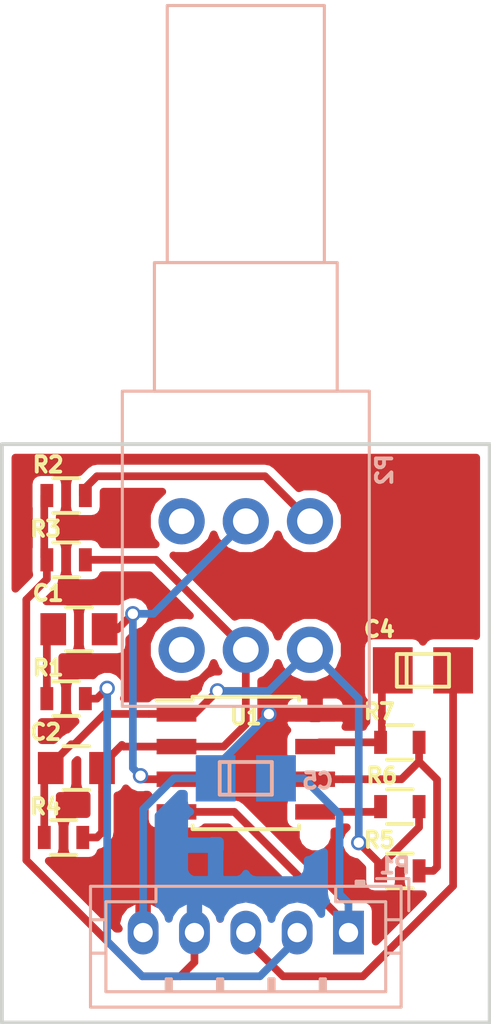
<source format=kicad_pcb>
(kicad_pcb (version 4) (host pcbnew 4.0.4-1.fc24-product)

  (general
    (links 26)
    (no_connects 0)
    (area 148.424999 69.424999 167.575001 110.655)
    (thickness 1.6)
    (drawings 8)
    (tracks 105)
    (zones 0)
    (modules 14)
    (nets 16)
  )

  (page A4)
  (layers
    (0 F.Cu signal)
    (31 B.Cu signal)
    (32 B.Adhes user)
    (33 F.Adhes user)
    (34 B.Paste user)
    (35 F.Paste user)
    (36 B.SilkS user)
    (37 F.SilkS user)
    (38 B.Mask user)
    (39 F.Mask user)
    (40 Dwgs.User user)
    (41 Cmts.User user)
    (42 Eco1.User user)
    (43 Eco2.User user)
    (44 Edge.Cuts user)
    (45 Margin user)
    (46 B.CrtYd user)
    (47 F.CrtYd user)
    (48 B.Fab user)
    (49 F.Fab user)
  )

  (setup
    (last_trace_width 0.3)
    (trace_clearance 0.3)
    (zone_clearance 0.3)
    (zone_45_only no)
    (trace_min 0.2)
    (segment_width 0.2)
    (edge_width 0.15)
    (via_size 0.6)
    (via_drill 0.4)
    (via_min_size 0.4)
    (via_min_drill 0.3)
    (uvia_size 0.3)
    (uvia_drill 0.1)
    (uvias_allowed no)
    (uvia_min_size 0.2)
    (uvia_min_drill 0.1)
    (pcb_text_width 0.3)
    (pcb_text_size 1.5 1.5)
    (mod_edge_width 0.15)
    (mod_text_size 0.6 0.6)
    (mod_text_width 0.15)
    (pad_size 1.524 1.524)
    (pad_drill 0.762)
    (pad_to_mask_clearance 0.2)
    (aux_axis_origin 0 0)
    (visible_elements FFFFFF7F)
    (pcbplotparams
      (layerselection 0x00030_80000001)
      (usegerberextensions false)
      (excludeedgelayer true)
      (linewidth 0.100000)
      (plotframeref false)
      (viasonmask false)
      (mode 1)
      (useauxorigin false)
      (hpglpennumber 1)
      (hpglpenspeed 20)
      (hpglpendiameter 15)
      (hpglpenoverlay 2)
      (psnegative false)
      (psa4output false)
      (plotreference true)
      (plotvalue true)
      (plotinvisibletext false)
      (padsonsilk false)
      (subtractmaskfromsilk false)
      (outputformat 1)
      (mirror false)
      (drillshape 1)
      (scaleselection 1)
      (outputdirectory ""))
  )

  (net 0 "")
  (net 1 /VF_1)
  (net 2 "Net-(C1-Pad2)")
  (net 3 /VG_2)
  (net 4 /VG_1)
  (net 5 "Net-(C3-Pad1)")
  (net 6 /Vref)
  (net 7 "Net-(C4-Pad1)")
  (net 8 /OUT)
  (net 9 /V+)
  (net 10 Earth)
  (net 11 /BUF_I)
  (net 12 /VF_3)
  (net 13 "Net-(R5-Pad1)")
  (net 14 /VF_2)
  (net 15 /VG_3)

  (net_class Default "This is the default net class."
    (clearance 0.3)
    (trace_width 0.3)
    (via_dia 0.6)
    (via_drill 0.4)
    (uvia_dia 0.3)
    (uvia_drill 0.1)
    (add_net /VF_1)
    (add_net /VF_2)
    (add_net /VF_3)
    (add_net /VG_1)
    (add_net /VG_2)
    (add_net /VG_3)
    (add_net "Net-(C1-Pad2)")
    (add_net "Net-(C3-Pad1)")
    (add_net "Net-(C4-Pad1)")
    (add_net "Net-(R5-Pad1)")
  )

  (net_class PWR ""
    (clearance 0.3)
    (trace_width 0.3)
    (via_dia 0.6)
    (via_drill 0.4)
    (uvia_dia 0.3)
    (uvia_drill 0.1)
    (add_net /BUF_I)
    (add_net /OUT)
    (add_net /V+)
    (add_net /Vref)
    (add_net Earth)
  )

  (module Resistors_SMD:R_0603 (layer F.Cu) (tedit 5ACFF311) (tstamp 5ACFEF57)
    (at 164 98.6)
    (descr "Resistor SMD 0603, reflow soldering, Vishay (see dcrcw.pdf)")
    (tags "resistor 0603")
    (path /5A5EB805)
    (attr smd)
    (fp_text reference R7 (at -0.8 -1.2) (layer F.SilkS)
      (effects (font (size 0.6 0.6) (thickness 0.15)))
    )
    (fp_text value 4.7k (at 0 1.9) (layer F.Fab) hide
      (effects (font (size 0.6 0.6) (thickness 0.15)))
    )
    (fp_line (start -1.3 -0.8) (end 1.3 -0.8) (layer F.CrtYd) (width 0.05))
    (fp_line (start -1.3 0.8) (end 1.3 0.8) (layer F.CrtYd) (width 0.05))
    (fp_line (start -1.3 -0.8) (end -1.3 0.8) (layer F.CrtYd) (width 0.05))
    (fp_line (start 1.3 -0.8) (end 1.3 0.8) (layer F.CrtYd) (width 0.05))
    (fp_line (start 0.5 0.675) (end -0.5 0.675) (layer F.SilkS) (width 0.15))
    (fp_line (start -0.5 -0.675) (end 0.5 -0.675) (layer F.SilkS) (width 0.15))
    (pad 1 smd rect (at -0.75 0) (size 0.5 0.9) (layers F.Cu F.Paste F.Mask)
      (net 7 "Net-(C4-Pad1)"))
    (pad 2 smd rect (at 0.75 0) (size 0.5 0.9) (layers F.Cu F.Paste F.Mask)
      (net 13 "Net-(R5-Pad1)"))
    (model Resistors_SMD.3dshapes/R_0603.wrl
      (at (xyz 0 0 0))
      (scale (xyz 1 1 1))
      (rotate (xyz 0 0 0))
    )
  )

  (module Resistors_SMD:R_0603 (layer F.Cu) (tedit 5ACFF30A) (tstamp 5ACFEF4B)
    (at 164 103.6 180)
    (descr "Resistor SMD 0603, reflow soldering, Vishay (see dcrcw.pdf)")
    (tags "resistor 0603")
    (path /5A5EB7C1)
    (attr smd)
    (fp_text reference R5 (at 0.8 1.2 180) (layer F.SilkS)
      (effects (font (size 0.6 0.6) (thickness 0.15)))
    )
    (fp_text value 4.7k (at 0 1.9 180) (layer F.Fab) hide
      (effects (font (size 0.6 0.6) (thickness 0.15)))
    )
    (fp_line (start -1.3 -0.8) (end 1.3 -0.8) (layer F.CrtYd) (width 0.05))
    (fp_line (start -1.3 0.8) (end 1.3 0.8) (layer F.CrtYd) (width 0.05))
    (fp_line (start -1.3 -0.8) (end -1.3 0.8) (layer F.CrtYd) (width 0.05))
    (fp_line (start 1.3 -0.8) (end 1.3 0.8) (layer F.CrtYd) (width 0.05))
    (fp_line (start 0.5 0.675) (end -0.5 0.675) (layer F.SilkS) (width 0.15))
    (fp_line (start -0.5 -0.675) (end 0.5 -0.675) (layer F.SilkS) (width 0.15))
    (pad 1 smd rect (at -0.75 0 180) (size 0.5 0.9) (layers F.Cu F.Paste F.Mask)
      (net 13 "Net-(R5-Pad1)"))
    (pad 2 smd rect (at 0.75 0 180) (size 0.5 0.9) (layers F.Cu F.Paste F.Mask)
      (net 15 /VG_3))
    (model Resistors_SMD.3dshapes/R_0603.wrl
      (at (xyz 0 0 0))
      (scale (xyz 1 1 1))
      (rotate (xyz 0 0 0))
    )
  )

  (module Resistors_SMD:R_0603 (layer F.Cu) (tedit 5ACFF30E) (tstamp 5ACFEF51)
    (at 164 101.1)
    (descr "Resistor SMD 0603, reflow soldering, Vishay (see dcrcw.pdf)")
    (tags "resistor 0603")
    (path /5A5EB95D)
    (attr smd)
    (fp_text reference R6 (at -0.7 -1.2) (layer F.SilkS)
      (effects (font (size 0.6 0.6) (thickness 0.15)))
    )
    (fp_text value 47k (at 0 1.9) (layer F.Fab) hide
      (effects (font (size 0.6 0.6) (thickness 0.15)))
    )
    (fp_line (start -1.3 -0.8) (end 1.3 -0.8) (layer F.CrtYd) (width 0.05))
    (fp_line (start -1.3 0.8) (end 1.3 0.8) (layer F.CrtYd) (width 0.05))
    (fp_line (start -1.3 -0.8) (end -1.3 0.8) (layer F.CrtYd) (width 0.05))
    (fp_line (start 1.3 -0.8) (end 1.3 0.8) (layer F.CrtYd) (width 0.05))
    (fp_line (start 0.5 0.675) (end -0.5 0.675) (layer F.SilkS) (width 0.15))
    (fp_line (start -0.5 -0.675) (end 0.5 -0.675) (layer F.SilkS) (width 0.15))
    (pad 1 smd rect (at -0.75 0) (size 0.5 0.9) (layers F.Cu F.Paste F.Mask)
      (net 5 "Net-(C3-Pad1)"))
    (pad 2 smd rect (at 0.75 0) (size 0.5 0.9) (layers F.Cu F.Paste F.Mask)
      (net 15 /VG_3))
    (model Resistors_SMD.3dshapes/R_0603.wrl
      (at (xyz 0 0 0))
      (scale (xyz 1 1 1))
      (rotate (xyz 0 0 0))
    )
  )

  (module Capacitors_SMD:C_0805 (layer F.Cu) (tedit 5ACFEF97) (tstamp 5ACFEF02)
    (at 151.5 94.2 180)
    (descr "Capacitor SMD 0805, reflow soldering, AVX (see smccp.pdf)")
    (tags "capacitor 0805")
    (path /5A5EB23B)
    (attr smd)
    (fp_text reference C1 (at 1.2 1.4 180) (layer F.SilkS)
      (effects (font (size 0.6 0.6) (thickness 0.15)))
    )
    (fp_text value 2.7n (at 0 2.1 180) (layer F.Fab) hide
      (effects (font (size 0.6 0.6) (thickness 0.15)))
    )
    (fp_line (start -1.8 -1) (end 1.8 -1) (layer F.CrtYd) (width 0.05))
    (fp_line (start -1.8 1) (end 1.8 1) (layer F.CrtYd) (width 0.05))
    (fp_line (start -1.8 -1) (end -1.8 1) (layer F.CrtYd) (width 0.05))
    (fp_line (start 1.8 -1) (end 1.8 1) (layer F.CrtYd) (width 0.05))
    (fp_line (start 0.5 -0.85) (end -0.5 -0.85) (layer F.SilkS) (width 0.15))
    (fp_line (start -0.5 0.85) (end 0.5 0.85) (layer F.SilkS) (width 0.15))
    (pad 1 smd rect (at -1 0 180) (size 1 1.25) (layers F.Cu F.Paste F.Mask)
      (net 14 /VF_2))
    (pad 2 smd rect (at 1 0 180) (size 1 1.25) (layers F.Cu F.Paste F.Mask)
      (net 2 "Net-(C1-Pad2)"))
    (model Capacitors_SMD.3dshapes/C_0805.wrl
      (at (xyz 0 0 0))
      (scale (xyz 1 1 1))
      (rotate (xyz 0 0 0))
    )
  )

  (module Capacitors_SMD:C_0805 (layer F.Cu) (tedit 5ACFF047) (tstamp 5ACFEF08)
    (at 151.4 99.6)
    (descr "Capacitor SMD 0805, reflow soldering, AVX (see smccp.pdf)")
    (tags "capacitor 0805")
    (path /5A5EB5AD)
    (attr smd)
    (fp_text reference C2 (at -1.2 -1.4) (layer F.SilkS)
      (effects (font (size 0.6 0.6) (thickness 0.15)))
    )
    (fp_text value 100p (at 0 2.1) (layer F.Fab) hide
      (effects (font (size 0.6 0.6) (thickness 0.15)))
    )
    (fp_line (start -1.8 -1) (end 1.8 -1) (layer F.CrtYd) (width 0.05))
    (fp_line (start -1.8 1) (end 1.8 1) (layer F.CrtYd) (width 0.05))
    (fp_line (start -1.8 -1) (end -1.8 1) (layer F.CrtYd) (width 0.05))
    (fp_line (start 1.8 -1) (end 1.8 1) (layer F.CrtYd) (width 0.05))
    (fp_line (start 0.5 -0.85) (end -0.5 -0.85) (layer F.SilkS) (width 0.15))
    (fp_line (start -0.5 0.85) (end 0.5 0.85) (layer F.SilkS) (width 0.15))
    (pad 1 smd rect (at -1 0) (size 1 1.25) (layers F.Cu F.Paste F.Mask)
      (net 15 /VG_3))
    (pad 2 smd rect (at 1 0) (size 1 1.25) (layers F.Cu F.Paste F.Mask)
      (net 3 /VG_2))
    (model Capacitors_SMD.3dshapes/C_0805.wrl
      (at (xyz 0 0 0))
      (scale (xyz 1 1 1))
      (rotate (xyz 0 0 0))
    )
  )

  (module Capacitors_Tantalum_SMD:TantalC_SizeR_EIA-2012 (layer F.Cu) (tedit 5ACFF422) (tstamp 5ACFEF14)
    (at 164.9 95.8 180)
    (descr "Tantal Cap. , Size C, EIA-2012")
    (path /5A5EBC7C)
    (fp_text reference C4 (at 1.7 1.6 180) (layer F.SilkS)
      (effects (font (size 0.6 0.6) (thickness 0.15)))
    )
    (fp_text value 10u (at 0 1.27 180) (layer F.Fab) hide
      (effects (font (size 0.6 0.6) (thickness 0.15)))
    )
    (fp_line (start 0.635 -0.635) (end 0.635 0.635) (layer F.SilkS) (width 0.15))
    (fp_line (start -1.016 -0.635) (end -1.016 0.635) (layer F.SilkS) (width 0.15))
    (fp_line (start -1.016 0.635) (end 1.016 0.635) (layer F.SilkS) (width 0.15))
    (fp_line (start 1.016 0.635) (end 1.016 -0.635) (layer F.SilkS) (width 0.15))
    (fp_line (start 1.016 -0.635) (end -1.016 -0.635) (layer F.SilkS) (width 0.15))
    (pad 1 smd rect (at 1.17602 0 180) (size 1.5494 1.80086) (layers F.Cu F.Paste F.Mask)
      (net 7 "Net-(C4-Pad1)"))
    (pad 2 smd rect (at -1.17602 0 180) (size 1.5494 1.80086) (layers F.Cu F.Paste F.Mask)
      (net 8 /OUT))
    (model Capacitors_Tantalum_SMD.3dshapes/TantalC_SizeR_EIA-2012.wrl
      (at (xyz 0 0 0))
      (scale (xyz 1 1 1))
      (rotate (xyz 0 0 0))
    )
  )

  (module Capacitors_Tantalum_SMD:TantalC_SizeR_EIA-2012 (layer B.Cu) (tedit 5ACFEF4A) (tstamp 5ACFEF1A)
    (at 158 100 180)
    (descr "Tantal Cap. , Size C, EIA-2012")
    (path /5A5FF012)
    (fp_text reference C5 (at -2.8 -0.1 180) (layer B.SilkS)
      (effects (font (size 0.6 0.6) (thickness 0.15)) (justify mirror))
    )
    (fp_text value 10u (at 0 -1.27 180) (layer B.Fab) hide
      (effects (font (size 0.6 0.6) (thickness 0.15)) (justify mirror))
    )
    (fp_line (start 0.635 0.635) (end 0.635 -0.635) (layer B.SilkS) (width 0.15))
    (fp_line (start -1.016 0.635) (end -1.016 -0.635) (layer B.SilkS) (width 0.15))
    (fp_line (start -1.016 -0.635) (end 1.016 -0.635) (layer B.SilkS) (width 0.15))
    (fp_line (start 1.016 -0.635) (end 1.016 0.635) (layer B.SilkS) (width 0.15))
    (fp_line (start 1.016 0.635) (end -1.016 0.635) (layer B.SilkS) (width 0.15))
    (pad 1 smd rect (at 1.17602 0 180) (size 1.5494 1.80086) (layers B.Cu B.Paste B.Mask)
      (net 9 /V+))
    (pad 2 smd rect (at -1.17602 0 180) (size 1.5494 1.80086) (layers B.Cu B.Paste B.Mask)
      (net 10 Earth))
    (model Capacitors_Tantalum_SMD.3dshapes/TantalC_SizeR_EIA-2012.wrl
      (at (xyz 0 0 0))
      (scale (xyz 1 1 1))
      (rotate (xyz 0 0 0))
    )
  )

  (module Connectors_JST:JST_PH_B5B-PH-K_05x2.00mm_Straight (layer B.Cu) (tedit 5ACFEF10) (tstamp 5ACFEF23)
    (at 162 106 180)
    (descr "JST PH series connector, B5B-PH-K, top entry type, through hole, Datasheet: http://www.jst-mfg.com/product/pdf/eng/ePH.pdf")
    (tags "connector jst ph")
    (path /5A5EC022)
    (fp_text reference P1 (at -1.8 2.6 180) (layer B.SilkS)
      (effects (font (size 0.6 0.6) (thickness 0.15)) (justify mirror))
    )
    (fp_text value CONN_01X05 (at 4 -3.8 180) (layer B.Fab) hide
      (effects (font (size 0.6 0.6) (thickness 0.15)) (justify mirror))
    )
    (fp_line (start -2.05 1.8) (end -2.05 -2.9) (layer B.SilkS) (width 0.12))
    (fp_line (start -2.05 -2.9) (end 10.05 -2.9) (layer B.SilkS) (width 0.12))
    (fp_line (start 10.05 -2.9) (end 10.05 1.8) (layer B.SilkS) (width 0.12))
    (fp_line (start 10.05 1.8) (end -2.05 1.8) (layer B.SilkS) (width 0.12))
    (fp_line (start 0.5 1.8) (end 0.5 1.2) (layer B.SilkS) (width 0.12))
    (fp_line (start 0.5 1.2) (end -1.45 1.2) (layer B.SilkS) (width 0.12))
    (fp_line (start -1.45 1.2) (end -1.45 -2.3) (layer B.SilkS) (width 0.12))
    (fp_line (start -1.45 -2.3) (end 9.45 -2.3) (layer B.SilkS) (width 0.12))
    (fp_line (start 9.45 -2.3) (end 9.45 1.2) (layer B.SilkS) (width 0.12))
    (fp_line (start 9.45 1.2) (end 7.5 1.2) (layer B.SilkS) (width 0.12))
    (fp_line (start 7.5 1.2) (end 7.5 1.8) (layer B.SilkS) (width 0.12))
    (fp_line (start -2.05 0.5) (end -1.45 0.5) (layer B.SilkS) (width 0.12))
    (fp_line (start -2.05 -0.8) (end -1.45 -0.8) (layer B.SilkS) (width 0.12))
    (fp_line (start 10.05 0.5) (end 9.45 0.5) (layer B.SilkS) (width 0.12))
    (fp_line (start 10.05 -0.8) (end 9.45 -0.8) (layer B.SilkS) (width 0.12))
    (fp_line (start -0.3 1.8) (end -0.3 2) (layer B.SilkS) (width 0.12))
    (fp_line (start -0.3 2) (end -0.6 2) (layer B.SilkS) (width 0.12))
    (fp_line (start -0.6 2) (end -0.6 1.8) (layer B.SilkS) (width 0.12))
    (fp_line (start -0.3 1.9) (end -0.6 1.9) (layer B.SilkS) (width 0.12))
    (fp_line (start 0.9 -2.3) (end 0.9 -1.8) (layer B.SilkS) (width 0.12))
    (fp_line (start 0.9 -1.8) (end 1.1 -1.8) (layer B.SilkS) (width 0.12))
    (fp_line (start 1.1 -1.8) (end 1.1 -2.3) (layer B.SilkS) (width 0.12))
    (fp_line (start 1 -2.3) (end 1 -1.8) (layer B.SilkS) (width 0.12))
    (fp_line (start 2.9 -2.3) (end 2.9 -1.8) (layer B.SilkS) (width 0.12))
    (fp_line (start 2.9 -1.8) (end 3.1 -1.8) (layer B.SilkS) (width 0.12))
    (fp_line (start 3.1 -1.8) (end 3.1 -2.3) (layer B.SilkS) (width 0.12))
    (fp_line (start 3 -2.3) (end 3 -1.8) (layer B.SilkS) (width 0.12))
    (fp_line (start 4.9 -2.3) (end 4.9 -1.8) (layer B.SilkS) (width 0.12))
    (fp_line (start 4.9 -1.8) (end 5.1 -1.8) (layer B.SilkS) (width 0.12))
    (fp_line (start 5.1 -1.8) (end 5.1 -2.3) (layer B.SilkS) (width 0.12))
    (fp_line (start 5 -2.3) (end 5 -1.8) (layer B.SilkS) (width 0.12))
    (fp_line (start 6.9 -2.3) (end 6.9 -1.8) (layer B.SilkS) (width 0.12))
    (fp_line (start 6.9 -1.8) (end 7.1 -1.8) (layer B.SilkS) (width 0.12))
    (fp_line (start 7.1 -1.8) (end 7.1 -2.3) (layer B.SilkS) (width 0.12))
    (fp_line (start 7 -2.3) (end 7 -1.8) (layer B.SilkS) (width 0.12))
    (fp_line (start -1.1 2.1) (end -2.35 2.1) (layer B.SilkS) (width 0.12))
    (fp_line (start -2.35 2.1) (end -2.35 0.85) (layer B.SilkS) (width 0.12))
    (fp_line (start -1.1 2.1) (end -2.35 2.1) (layer B.Fab) (width 0.1))
    (fp_line (start -2.35 2.1) (end -2.35 0.85) (layer B.Fab) (width 0.1))
    (fp_line (start -1.95 1.7) (end -1.95 -2.8) (layer B.Fab) (width 0.1))
    (fp_line (start -1.95 -2.8) (end 9.95 -2.8) (layer B.Fab) (width 0.1))
    (fp_line (start 9.95 -2.8) (end 9.95 1.7) (layer B.Fab) (width 0.1))
    (fp_line (start 9.95 1.7) (end -1.95 1.7) (layer B.Fab) (width 0.1))
    (fp_line (start -2.45 2.2) (end -2.45 -3.3) (layer B.CrtYd) (width 0.05))
    (fp_line (start -2.45 -3.3) (end 10.45 -3.3) (layer B.CrtYd) (width 0.05))
    (fp_line (start 10.45 -3.3) (end 10.45 2.2) (layer B.CrtYd) (width 0.05))
    (fp_line (start 10.45 2.2) (end -2.45 2.2) (layer B.CrtYd) (width 0.05))
    (fp_text user %R (at 4 -1.5 180) (layer B.Fab)
      (effects (font (size 0.6 0.6) (thickness 0.15)) (justify mirror))
    )
    (pad 1 thru_hole rect (at 0 0 180) (size 1.2 1.7) (drill 0.75) (layers *.Cu *.Mask)
      (net 10 Earth))
    (pad 2 thru_hole oval (at 2 0 180) (size 1.2 1.7) (drill 0.75) (layers *.Cu *.Mask)
      (net 11 /BUF_I))
    (pad 3 thru_hole oval (at 4 0 180) (size 1.2 1.7) (drill 0.75) (layers *.Cu *.Mask)
      (net 8 /OUT))
    (pad 4 thru_hole oval (at 6 0 180) (size 1.2 1.7) (drill 0.75) (layers *.Cu *.Mask)
      (net 6 /Vref))
    (pad 5 thru_hole oval (at 8 0 180) (size 1.2 1.7) (drill 0.75) (layers *.Cu *.Mask)
      (net 9 /V+))
    (model ${KISYS3DMOD}/Connectors_JST.3dshapes/JST_PH_B5B-PH-K_05x2.00mm_Straight.wrl
      (at (xyz 0 0 0))
      (scale (xyz 1 1 1))
      (rotate (xyz 0 0 0))
    )
  )

  (module LIBS:Potentiometer_Alps_RK097_Double_Vertical_Dual_Shaft (layer B.Cu) (tedit 5ACFEEF5) (tstamp 5ACFEF2D)
    (at 155.5 90 90)
    (descr "Potentiometer, vertically mounted, Omeg PC16PU, Omeg PC16PU, Omeg PC16PU, Vishay/Spectrol 248GJ/249GJ Single, Vishay/Spectrol 248GJ/249GJ Single, Vishay/Spectrol 248GJ/249GJ Single, Vishay/Spectrol 248GH/249GH Single, Vishay/Spectrol 148/149 Single, Vishay/Spectrol 148/149 Single, Vishay/Spectrol 148/149 Single, Vishay/Spectrol 148A/149A Single with mounting plates, Vishay/Spectrol 148/149 Double, Vishay/Spectrol 148A/149A Double with mounting plates, Piher PC-16 Single, Piher PC-16 Single, Piher PC-16 Single, Piher PC-16SV Single, Piher PC-16 Double, Piher PC-16 Triple, Piher T16H Single, Piher T16L Single, Piher T16H Double, Alps RK163 Single, Alps RK163 Double, Alps RK097 Single, Alps RK097 Double, http://www.alps.com/prod/info/E/HTML/Potentiometer/RotaryPotentiometers/RK097/RK09712100AV.html")
    (tags "Potentiometer vertical  Omeg PC16PU  Omeg PC16PU  Omeg PC16PU  Vishay/Spectrol 248GJ/249GJ Single  Vishay/Spectrol 248GJ/249GJ Single  Vishay/Spectrol 248GJ/249GJ Single  Vishay/Spectrol 248GH/249GH Single  Vishay/Spectrol 148/149 Single  Vishay/Spectrol 148/149 Single  Vishay/Spectrol 148/149 Single  Vishay/Spectrol 148A/149A Single with mounting plates  Vishay/Spectrol 148/149 Double  Vishay/Spectrol 148A/149A Double with mounting plates  Piher PC-16 Single  Piher PC-16 Single  Piher PC-16 Single  Piher PC-16SV Single  Piher PC-16 Double  Piher PC-16 Triple  Piher T16H Single  Piher T16L Single  Piher T16H Double  Alps RK163 Single  Alps RK163 Double  Alps RK097 Single  Alps RK097 Double Dual Shaft")
    (path /5A5EC2AD)
    (fp_text reference P2 (at 2 7.9 90) (layer B.SilkS)
      (effects (font (size 0.6 0.6) (thickness 0.15)) (justify mirror))
    )
    (fp_text value CONN_01X06 (at 0 -3.5 90) (layer B.Fab) hide
      (effects (font (size 0.6 0.6) (thickness 0.15)) (justify mirror))
    )
    (fp_line (start -7.0908 7.25) (end -7.0908 -2.25) (layer B.Fab) (width 0.1))
    (fp_line (start -7.08 -2.25) (end 5 -2.25) (layer B.Fab) (width 0.1))
    (fp_line (start 5 -2.25) (end 5 7.25) (layer B.Fab) (width 0.1))
    (fp_line (start 5 7.25) (end -7.08 7.25) (layer B.Fab) (width 0.1))
    (fp_line (start 5 6) (end 5 -1) (layer B.Fab) (width 0.1))
    (fp_line (start 5 -1) (end 10 -1) (layer B.Fab) (width 0.1))
    (fp_line (start 10 -1) (end 10 6) (layer B.Fab) (width 0.1))
    (fp_line (start 10 6) (end 5 6) (layer B.Fab) (width 0.1))
    (fp_line (start 10 5.5) (end 10 -0.5) (layer B.Fab) (width 0.1))
    (fp_line (start 10 -0.5) (end 20 -0.5) (layer B.Fab) (width 0.1))
    (fp_line (start 20 -0.5) (end 20 5.5) (layer B.Fab) (width 0.1))
    (fp_line (start 20 5.5) (end 10 5.5) (layer B.Fab) (width 0.1))
    (fp_line (start -7.2 7.31) (end 5.06 7.31) (layer B.SilkS) (width 0.12))
    (fp_line (start -7.2 -2.31) (end 5.06 -2.31) (layer B.SilkS) (width 0.12))
    (fp_line (start -7.2 7.31) (end -7.2 -2.31) (layer B.SilkS) (width 0.12))
    (fp_line (start 5.06 7.31) (end 5.06 -2.31) (layer B.SilkS) (width 0.12))
    (fp_line (start 5.06 6.06) (end 10.06 6.06) (layer B.SilkS) (width 0.12))
    (fp_line (start 5.06 -1.06) (end 10.06 -1.06) (layer B.SilkS) (width 0.12))
    (fp_line (start 5.06 6.06) (end 5.06 -1.06) (layer B.SilkS) (width 0.12))
    (fp_line (start 10.06 6.06) (end 10.06 -1.06) (layer B.SilkS) (width 0.12))
    (fp_line (start 10.06 5.56) (end 20.06 5.56) (layer B.SilkS) (width 0.12))
    (fp_line (start 10.06 -0.56) (end 20.06 -0.56) (layer B.SilkS) (width 0.12))
    (fp_line (start 10.06 5.56) (end 10.06 -0.56) (layer B.SilkS) (width 0.12))
    (fp_line (start 20.06 5.56) (end 20.06 -0.56) (layer B.SilkS) (width 0.12))
    (fp_line (start -7.39 7.5) (end -7.39 -2.5) (layer B.CrtYd) (width 0.05))
    (fp_line (start -7.39 -2.5) (end 20.25 -2.5) (layer B.CrtYd) (width 0.05))
    (fp_line (start 20.25 -2.5) (end 20.25 7.5) (layer B.CrtYd) (width 0.05))
    (fp_line (start 20.25 7.5) (end -7.39 7.5) (layer B.CrtYd) (width 0.05))
    (pad 3 thru_hole circle (at 0 5 90) (size 1.8 1.8) (drill 1) (layers *.Cu *.Mask)
      (net 12 /VF_3))
    (pad 2 thru_hole circle (at 0 2.5 90) (size 1.8 1.8) (drill 1) (layers *.Cu *.Mask)
      (net 14 /VF_2))
    (pad 1 thru_hole circle (at 0 0 90) (size 1.8 1.8) (drill 1) (layers *.Cu *.Mask)
      (net 1 /VF_1))
    (pad 6 thru_hole circle (at -5 5 90) (size 1.8 1.8) (drill 1) (layers *.Cu *.Mask)
      (net 15 /VG_3))
    (pad 5 thru_hole circle (at -5 2.5 90) (size 1.8 1.8) (drill 1) (layers *.Cu *.Mask)
      (net 3 /VG_2))
    (pad 4 thru_hole circle (at -5 0 90) (size 1.8 1.8) (drill 1) (layers *.Cu *.Mask)
      (net 4 /VG_1))
    (model Potentiometers.3dshapes/Potentiometer_Alps_RK097_Double_Vertical.wrl
      (at (xyz 0 0 0))
      (scale (xyz 0.393701 0.393701 0.393701))
      (rotate (xyz 0 0 0))
    )
  )

  (module Resistors_SMD:R_0603 (layer F.Cu) (tedit 5ACFEF9A) (tstamp 5ACFEF33)
    (at 151 96.9)
    (descr "Resistor SMD 0603, reflow soldering, Vishay (see dcrcw.pdf)")
    (tags "resistor 0603")
    (path /5A5EB206)
    (attr smd)
    (fp_text reference R1 (at -0.7 -1.2) (layer F.SilkS)
      (effects (font (size 0.6 0.6) (thickness 0.15)))
    )
    (fp_text value 100 (at 0 1.9) (layer F.Fab) hide
      (effects (font (size 0.6 0.6) (thickness 0.15)))
    )
    (fp_line (start -1.3 -0.8) (end 1.3 -0.8) (layer F.CrtYd) (width 0.05))
    (fp_line (start -1.3 0.8) (end 1.3 0.8) (layer F.CrtYd) (width 0.05))
    (fp_line (start -1.3 -0.8) (end -1.3 0.8) (layer F.CrtYd) (width 0.05))
    (fp_line (start 1.3 -0.8) (end 1.3 0.8) (layer F.CrtYd) (width 0.05))
    (fp_line (start 0.5 0.675) (end -0.5 0.675) (layer F.SilkS) (width 0.15))
    (fp_line (start -0.5 -0.675) (end 0.5 -0.675) (layer F.SilkS) (width 0.15))
    (pad 1 smd rect (at -0.75 0) (size 0.5 0.9) (layers F.Cu F.Paste F.Mask)
      (net 2 "Net-(C1-Pad2)"))
    (pad 2 smd rect (at 0.75 0) (size 0.5 0.9) (layers F.Cu F.Paste F.Mask)
      (net 11 /BUF_I))
    (model Resistors_SMD.3dshapes/R_0603.wrl
      (at (xyz 0 0 0))
      (scale (xyz 1 1 1))
      (rotate (xyz 0 0 0))
    )
  )

  (module Resistors_SMD:R_0603 (layer F.Cu) (tedit 5ACFEF94) (tstamp 5ACFEF39)
    (at 151 89)
    (descr "Resistor SMD 0603, reflow soldering, Vishay (see dcrcw.pdf)")
    (tags "resistor 0603")
    (path /5A5EB262)
    (attr smd)
    (fp_text reference R2 (at -0.7 -1.2) (layer F.SilkS)
      (effects (font (size 0.6 0.6) (thickness 0.15)))
    )
    (fp_text value 10k (at 0 1.9) (layer F.Fab) hide
      (effects (font (size 0.6 0.6) (thickness 0.15)))
    )
    (fp_line (start -1.3 -0.8) (end 1.3 -0.8) (layer F.CrtYd) (width 0.05))
    (fp_line (start -1.3 0.8) (end 1.3 0.8) (layer F.CrtYd) (width 0.05))
    (fp_line (start -1.3 -0.8) (end -1.3 0.8) (layer F.CrtYd) (width 0.05))
    (fp_line (start 1.3 -0.8) (end 1.3 0.8) (layer F.CrtYd) (width 0.05))
    (fp_line (start 0.5 0.675) (end -0.5 0.675) (layer F.SilkS) (width 0.15))
    (fp_line (start -0.5 -0.675) (end 0.5 -0.675) (layer F.SilkS) (width 0.15))
    (pad 1 smd rect (at -0.75 0) (size 0.5 0.9) (layers F.Cu F.Paste F.Mask)
      (net 6 /Vref))
    (pad 2 smd rect (at 0.75 0) (size 0.5 0.9) (layers F.Cu F.Paste F.Mask)
      (net 12 /VF_3))
    (model Resistors_SMD.3dshapes/R_0603.wrl
      (at (xyz 0 0 0))
      (scale (xyz 1 1 1))
      (rotate (xyz 0 0 0))
    )
  )

  (module Resistors_SMD:R_0603 (layer F.Cu) (tedit 5ACFF03A) (tstamp 5ACFEF3F)
    (at 151 91.5)
    (descr "Resistor SMD 0603, reflow soldering, Vishay (see dcrcw.pdf)")
    (tags "resistor 0603")
    (path /5A5EB575)
    (attr smd)
    (fp_text reference R3 (at -0.8 -1.2) (layer F.SilkS)
      (effects (font (size 0.6 0.6) (thickness 0.15)))
    )
    (fp_text value 4.7k (at 0 1.9) (layer F.Fab) hide
      (effects (font (size 0.6 0.6) (thickness 0.15)))
    )
    (fp_line (start -1.3 -0.8) (end 1.3 -0.8) (layer F.CrtYd) (width 0.05))
    (fp_line (start -1.3 0.8) (end 1.3 0.8) (layer F.CrtYd) (width 0.05))
    (fp_line (start -1.3 -0.8) (end -1.3 0.8) (layer F.CrtYd) (width 0.05))
    (fp_line (start 1.3 -0.8) (end 1.3 0.8) (layer F.CrtYd) (width 0.05))
    (fp_line (start 0.5 0.675) (end -0.5 0.675) (layer F.SilkS) (width 0.15))
    (fp_line (start -0.5 -0.675) (end 0.5 -0.675) (layer F.SilkS) (width 0.15))
    (pad 1 smd rect (at -0.75 0) (size 0.5 0.9) (layers F.Cu F.Paste F.Mask)
      (net 6 /Vref))
    (pad 2 smd rect (at 0.75 0) (size 0.5 0.9) (layers F.Cu F.Paste F.Mask)
      (net 3 /VG_2))
    (model Resistors_SMD.3dshapes/R_0603.wrl
      (at (xyz 0 0 0))
      (scale (xyz 1 1 1))
      (rotate (xyz 0 0 0))
    )
  )

  (module Resistors_SMD:R_0603 (layer F.Cu) (tedit 5ACFF03D) (tstamp 5ACFEF45)
    (at 150.9 102.3)
    (descr "Resistor SMD 0603, reflow soldering, Vishay (see dcrcw.pdf)")
    (tags "resistor 0603")
    (path /5A5EB506)
    (attr smd)
    (fp_text reference R4 (at -0.7 -1.2) (layer F.SilkS)
      (effects (font (size 0.6 0.6) (thickness 0.15)))
    )
    (fp_text value 24k (at 0 1.9) (layer F.Fab) hide
      (effects (font (size 0.6 0.6) (thickness 0.15)))
    )
    (fp_line (start -1.3 -0.8) (end 1.3 -0.8) (layer F.CrtYd) (width 0.05))
    (fp_line (start -1.3 0.8) (end 1.3 0.8) (layer F.CrtYd) (width 0.05))
    (fp_line (start -1.3 -0.8) (end -1.3 0.8) (layer F.CrtYd) (width 0.05))
    (fp_line (start 1.3 -0.8) (end 1.3 0.8) (layer F.CrtYd) (width 0.05))
    (fp_line (start 0.5 0.675) (end -0.5 0.675) (layer F.SilkS) (width 0.15))
    (fp_line (start -0.5 -0.675) (end 0.5 -0.675) (layer F.SilkS) (width 0.15))
    (pad 1 smd rect (at -0.75 0) (size 0.5 0.9) (layers F.Cu F.Paste F.Mask)
      (net 15 /VG_3))
    (pad 2 smd rect (at 0.75 0) (size 0.5 0.9) (layers F.Cu F.Paste F.Mask)
      (net 3 /VG_2))
    (model Resistors_SMD.3dshapes/R_0603.wrl
      (at (xyz 0 0 0))
      (scale (xyz 1 1 1))
      (rotate (xyz 0 0 0))
    )
  )

  (module Housings_SOIC:SOIC-8_3.9x4.9mm_Pitch1.27mm (layer F.Cu) (tedit 5ACFEFE9) (tstamp 5ACFEF63)
    (at 158 99.4)
    (descr "8-Lead Plastic Small Outline (SN) - Narrow, 3.90 mm Body [SOIC] (see Microchip Packaging Specification 00000049BS.pdf)")
    (tags "SOIC 1.27")
    (path /5A5EB302)
    (attr smd)
    (fp_text reference U1 (at 0 -1.8) (layer F.SilkS)
      (effects (font (size 0.6 0.6) (thickness 0.15)))
    )
    (fp_text value MC33178 (at 0 3.5) (layer F.Fab) hide
      (effects (font (size 0.6 0.6) (thickness 0.15)))
    )
    (fp_line (start -3.75 -2.75) (end -3.75 2.75) (layer F.CrtYd) (width 0.05))
    (fp_line (start 3.75 -2.75) (end 3.75 2.75) (layer F.CrtYd) (width 0.05))
    (fp_line (start -3.75 -2.75) (end 3.75 -2.75) (layer F.CrtYd) (width 0.05))
    (fp_line (start -3.75 2.75) (end 3.75 2.75) (layer F.CrtYd) (width 0.05))
    (fp_line (start -2.075 -2.575) (end -2.075 -2.43) (layer F.SilkS) (width 0.15))
    (fp_line (start 2.075 -2.575) (end 2.075 -2.43) (layer F.SilkS) (width 0.15))
    (fp_line (start 2.075 2.575) (end 2.075 2.43) (layer F.SilkS) (width 0.15))
    (fp_line (start -2.075 2.575) (end -2.075 2.43) (layer F.SilkS) (width 0.15))
    (fp_line (start -2.075 -2.575) (end 2.075 -2.575) (layer F.SilkS) (width 0.15))
    (fp_line (start -2.075 2.575) (end 2.075 2.575) (layer F.SilkS) (width 0.15))
    (fp_line (start -2.075 -2.43) (end -3.475 -2.43) (layer F.SilkS) (width 0.15))
    (pad 1 smd rect (at -2.7 -1.905) (size 1.55 0.6) (layers F.Cu F.Paste F.Mask)
      (net 15 /VG_3))
    (pad 2 smd rect (at -2.7 -0.635) (size 1.55 0.6) (layers F.Cu F.Paste F.Mask)
      (net 3 /VG_2))
    (pad 3 smd rect (at -2.7 0.635) (size 1.55 0.6) (layers F.Cu F.Paste F.Mask)
      (net 14 /VF_2))
    (pad 4 smd rect (at -2.7 1.905) (size 1.55 0.6) (layers F.Cu F.Paste F.Mask)
      (net 10 Earth))
    (pad 5 smd rect (at 2.7 1.905) (size 1.55 0.6) (layers F.Cu F.Paste F.Mask)
      (net 5 "Net-(C3-Pad1)"))
    (pad 6 smd rect (at 2.7 0.635) (size 1.55 0.6) (layers F.Cu F.Paste F.Mask)
      (net 13 "Net-(R5-Pad1)"))
    (pad 7 smd rect (at 2.7 -0.635) (size 1.55 0.6) (layers F.Cu F.Paste F.Mask)
      (net 7 "Net-(C4-Pad1)"))
    (pad 8 smd rect (at 2.7 -1.905) (size 1.55 0.6) (layers F.Cu F.Paste F.Mask)
      (net 9 /V+))
    (model Housings_SOIC.3dshapes/SOIC-8_3.9x4.9mm_Pitch1.27mm.wrl
      (at (xyz 0 0 0))
      (scale (xyz 1 1 1))
      (rotate (xyz 0 0 0))
    )
  )

  (gr_line (start 167.2 109.2) (end 167.2 87.3) (layer Margin) (width 0.2))
  (gr_line (start 148.8 109.2) (end 167.2 109.2) (layer Margin) (width 0.2))
  (gr_line (start 148.8 87.3) (end 148.8 109.2) (layer Margin) (width 0.2))
  (gr_line (start 167.2 87.3) (end 148.8 87.3) (layer Margin) (width 0.2))
  (gr_line (start 167.5 109.5) (end 167.5 87) (layer Edge.Cuts) (width 0.15))
  (gr_line (start 148.5 109.5) (end 167.5 109.5) (layer Edge.Cuts) (width 0.15))
  (gr_line (start 148.5 87) (end 148.5 109.5) (layer Edge.Cuts) (width 0.15))
  (gr_line (start 167.5 87) (end 148.5 87) (layer Edge.Cuts) (width 0.15))

  (segment (start 150.25 96.9) (end 150.25 94.45) (width 0.3) (layer F.Cu) (net 2))
  (segment (start 150.25 94.45) (end 150.5 94.2) (width 0.3) (layer F.Cu) (net 2))
  (segment (start 151.65 102.3) (end 152.2 102.3) (width 0.3) (layer F.Cu) (net 3))
  (segment (start 152.2 102.3) (end 152.4 102.1) (width 0.3) (layer F.Cu) (net 3))
  (segment (start 152.4 102.1) (end 152.4 100.525) (width 0.3) (layer F.Cu) (net 3))
  (segment (start 152.4 100.525) (end 152.4 99.6) (width 0.3) (layer F.Cu) (net 3))
  (segment (start 153.175 98.7) (end 153.24 98.765) (width 0.3) (layer F.Cu) (net 3))
  (segment (start 153.24 98.765) (end 155.3 98.765) (width 0.3) (layer F.Cu) (net 3))
  (segment (start 152.4 99.6) (end 152.4 99.475) (width 0.3) (layer F.Cu) (net 3))
  (segment (start 152.4 99.475) (end 153.175 98.7) (width 0.3) (layer F.Cu) (net 3))
  (segment (start 158 97.9) (end 157.135 98.765) (width 0.3) (layer F.Cu) (net 3))
  (segment (start 157.135 98.765) (end 155.3 98.765) (width 0.3) (layer F.Cu) (net 3))
  (segment (start 158 95) (end 158 97.9) (width 0.3) (layer F.Cu) (net 3))
  (segment (start 151.75 91.5) (end 154.5 91.5) (width 0.3) (layer F.Cu) (net 3))
  (segment (start 154.5 91.5) (end 158 95) (width 0.3) (layer F.Cu) (net 3))
  (segment (start 160.7 101.305) (end 163.045 101.305) (width 0.3) (layer F.Cu) (net 5))
  (segment (start 163.045 101.305) (end 163.25 101.1) (width 0.3) (layer F.Cu) (net 5))
  (segment (start 155.45 107.7) (end 153.965062 107.7) (width 0.3) (layer F.Cu) (net 6))
  (segment (start 153.965062 107.7) (end 149.449999 103.184937) (width 0.3) (layer F.Cu) (net 6))
  (segment (start 149.449999 103.184937) (end 149.449999 93.050001) (width 0.3) (layer F.Cu) (net 6))
  (segment (start 149.449999 93.050001) (end 150.25 92.25) (width 0.3) (layer F.Cu) (net 6))
  (segment (start 150.25 92.25) (end 150.25 91.5) (width 0.3) (layer F.Cu) (net 6))
  (segment (start 156 106) (end 156 107.15) (width 0.3) (layer F.Cu) (net 6))
  (segment (start 156 107.15) (end 155.45 107.7) (width 0.3) (layer F.Cu) (net 6))
  (segment (start 150.15 89) (end 150.15 91.4) (width 0.3) (layer F.Cu) (net 6))
  (segment (start 150.15 91.4) (end 150.25 91.5) (width 0.3) (layer F.Cu) (net 6))
  (segment (start 163.72398 95.8) (end 163.3 96.22398) (width 0.3) (layer F.Cu) (net 7))
  (segment (start 163.3 96.22398) (end 163.3 98.55) (width 0.3) (layer F.Cu) (net 7))
  (segment (start 163.3 98.55) (end 163.25 98.6) (width 0.3) (layer F.Cu) (net 7))
  (segment (start 163.25 98.6) (end 160.865 98.6) (width 0.3) (layer F.Cu) (net 7))
  (segment (start 160.865 98.6) (end 160.7 98.765) (width 0.3) (layer F.Cu) (net 7))
  (segment (start 162.560002 107.7) (end 159.45 107.7) (width 0.3) (layer F.Cu) (net 8))
  (segment (start 159.45 107.7) (end 158 106.25) (width 0.3) (layer F.Cu) (net 8))
  (segment (start 158 106.25) (end 158 106) (width 0.3) (layer F.Cu) (net 8))
  (segment (start 166.07602 95.8) (end 166.07602 104.183982) (width 0.3) (layer F.Cu) (net 8))
  (segment (start 166.07602 104.183982) (end 162.560002 107.7) (width 0.3) (layer F.Cu) (net 8))
  (segment (start 158.9 97.5) (end 156.82398 99.57602) (width 0.3) (layer B.Cu) (net 9))
  (segment (start 156.82398 99.57602) (end 156.82398 100) (width 0.3) (layer B.Cu) (net 9))
  (segment (start 160.7 97.495) (end 158.905 97.495) (width 0.3) (layer F.Cu) (net 9))
  (segment (start 158.905 97.495) (end 158.9 97.5) (width 0.3) (layer F.Cu) (net 9))
  (via (at 158.9 97.5) (size 0.6) (drill 0.4) (layers F.Cu B.Cu) (net 9))
  (segment (start 154 106) (end 154 101.2) (width 0.3) (layer B.Cu) (net 9))
  (segment (start 155.2 100) (end 156.82398 100) (width 0.3) (layer B.Cu) (net 9))
  (segment (start 154 101.2) (end 155.2 100) (width 0.3) (layer B.Cu) (net 9))
  (segment (start 155.3 101.305) (end 157.555 101.305) (width 0.3) (layer F.Cu) (net 10))
  (segment (start 157.555 101.305) (end 162 105.75) (width 0.3) (layer F.Cu) (net 10))
  (segment (start 162 105.75) (end 162 106) (width 0.3) (layer F.Cu) (net 10))
  (segment (start 160.25072 100) (end 159.17602 100) (width 0.3) (layer B.Cu) (net 10))
  (segment (start 161.649999 101.399279) (end 160.25072 100) (width 0.3) (layer B.Cu) (net 10))
  (segment (start 161.649999 104.499999) (end 161.649999 101.399279) (width 0.3) (layer B.Cu) (net 10))
  (segment (start 162 104.85) (end 161.649999 104.499999) (width 0.3) (layer B.Cu) (net 10))
  (segment (start 162 106) (end 162 104.85) (width 0.3) (layer B.Cu) (net 10))
  (segment (start 153.965062 107.7) (end 158.55 107.7) (width 0.3) (layer B.Cu) (net 11))
  (segment (start 158.55 107.7) (end 160 106.25) (width 0.3) (layer B.Cu) (net 11))
  (segment (start 160 106.25) (end 160 106) (width 0.3) (layer B.Cu) (net 11))
  (segment (start 152.6 96.5) (end 152.6 106.334938) (width 0.3) (layer B.Cu) (net 11))
  (segment (start 152.6 106.334938) (end 153.965062 107.7) (width 0.3) (layer B.Cu) (net 11))
  (segment (start 151.75 96.9) (end 152.2 96.9) (width 0.3) (layer F.Cu) (net 11))
  (segment (start 152.2 96.9) (end 152.6 96.5) (width 0.3) (layer F.Cu) (net 11))
  (via (at 152.6 96.5) (size 0.6) (drill 0.4) (layers F.Cu B.Cu) (net 11))
  (segment (start 151.65 89) (end 151.65 88.8) (width 0.3) (layer F.Cu) (net 12))
  (segment (start 151.65 88.8) (end 152.2 88.25) (width 0.3) (layer F.Cu) (net 12))
  (segment (start 159.600001 89.100001) (end 160.5 90) (width 0.3) (layer F.Cu) (net 12))
  (segment (start 152.2 88.25) (end 158.75 88.25) (width 0.3) (layer F.Cu) (net 12))
  (segment (start 158.75 88.25) (end 159.600001 89.100001) (width 0.3) (layer F.Cu) (net 12))
  (segment (start 164.75 103.6) (end 165.3 103.6) (width 0.3) (layer F.Cu) (net 13))
  (segment (start 165.3 103.6) (end 165.450001 103.449999) (width 0.3) (layer F.Cu) (net 13))
  (segment (start 165.450001 103.449999) (end 165.450001 100.050001) (width 0.3) (layer F.Cu) (net 13))
  (segment (start 165.450001 100.050001) (end 164.75 99.35) (width 0.3) (layer F.Cu) (net 13))
  (segment (start 164.75 99.35) (end 164.75 98.6) (width 0.3) (layer F.Cu) (net 13))
  (segment (start 164.75 99.35) (end 164.065 100.035) (width 0.3) (layer F.Cu) (net 13))
  (segment (start 164.065 100.035) (end 161.775 100.035) (width 0.3) (layer F.Cu) (net 13))
  (segment (start 161.775 100.035) (end 160.7 100.035) (width 0.3) (layer F.Cu) (net 13))
  (segment (start 153.9 99.9) (end 153.6 99.6) (width 0.3) (layer B.Cu) (net 14))
  (segment (start 153.6 99.6) (end 153.6 93.6) (width 0.3) (layer B.Cu) (net 14))
  (segment (start 155.3 100.035) (end 154.035 100.035) (width 0.3) (layer F.Cu) (net 14))
  (segment (start 154.035 100.035) (end 153.9 99.9) (width 0.3) (layer F.Cu) (net 14))
  (via (at 153.9 99.9) (size 0.6) (drill 0.4) (layers F.Cu B.Cu) (net 14))
  (segment (start 153.6 93.6) (end 154.4 93.6) (width 0.3) (layer B.Cu) (net 14))
  (segment (start 154.4 93.6) (end 158 90) (width 0.3) (layer B.Cu) (net 14))
  (segment (start 152.5 94.2) (end 153 94.2) (width 0.3) (layer F.Cu) (net 14))
  (segment (start 153 94.2) (end 153.6 93.6) (width 0.3) (layer F.Cu) (net 14))
  (via (at 153.6 93.6) (size 0.6) (drill 0.4) (layers F.Cu B.Cu) (net 14))
  (segment (start 156.9 96.6) (end 158.9 96.6) (width 0.3) (layer B.Cu) (net 15))
  (segment (start 158.9 96.6) (end 160.5 95) (width 0.3) (layer B.Cu) (net 15))
  (segment (start 155.3 97.495) (end 156.005 97.495) (width 0.3) (layer F.Cu) (net 15))
  (segment (start 156.005 97.495) (end 156.9 96.6) (width 0.3) (layer F.Cu) (net 15))
  (via (at 156.9 96.6) (size 0.6) (drill 0.4) (layers F.Cu B.Cu) (net 15))
  (segment (start 162.4 102.5) (end 162.4 96.9) (width 0.3) (layer B.Cu) (net 15))
  (segment (start 162.4 96.9) (end 160.5 95) (width 0.3) (layer B.Cu) (net 15))
  (via (at 162.4 102.5) (size 0.6) (drill 0.4) (layers F.Cu B.Cu) (net 15))
  (segment (start 163.25 103.6) (end 163.25 103.35) (width 0.3) (layer F.Cu) (net 15))
  (segment (start 163.25 103.35) (end 162.4 102.5) (width 0.3) (layer F.Cu) (net 15))
  (segment (start 163.25 103.6) (end 163.25 103.4) (width 0.3) (layer F.Cu) (net 15))
  (segment (start 163.25 103.4) (end 164.75 101.9) (width 0.3) (layer F.Cu) (net 15))
  (segment (start 164.75 101.9) (end 164.75 101.1) (width 0.3) (layer F.Cu) (net 15))
  (segment (start 164.75 101.1) (end 164.75 101.25) (width 0.3) (layer F.Cu) (net 15))
  (segment (start 150.4 99.6) (end 150.4 99.475) (width 0.3) (layer F.Cu) (net 15))
  (segment (start 150.4 99.475) (end 151.2 98.675) (width 0.3) (layer F.Cu) (net 15))
  (segment (start 151.2 98.675) (end 151.325 98.675) (width 0.3) (layer F.Cu) (net 15))
  (segment (start 151.325 98.675) (end 152.505 97.495) (width 0.3) (layer F.Cu) (net 15))
  (segment (start 152.505 97.495) (end 154.225 97.495) (width 0.3) (layer F.Cu) (net 15))
  (segment (start 154.225 97.495) (end 155.3 97.495) (width 0.3) (layer F.Cu) (net 15))
  (segment (start 150.15 102.3) (end 150.15 99.85) (width 0.3) (layer F.Cu) (net 15))
  (segment (start 150.15 99.85) (end 150.4 99.6) (width 0.3) (layer F.Cu) (net 15))

  (zone (net 9) (net_name /V+) (layer F.Cu) (tstamp 5A5FFB20) (hatch edge 0.508)
    (connect_pads (clearance 0.3))
    (min_thickness 0.3)
    (fill yes (arc_segments 16) (thermal_gap 0.3) (thermal_bridge_width 0.6))
    (polygon
      (pts
        (xy 167.2 87.3) (xy 148.8 87.3) (xy 148.8 109.2) (xy 167.2 109.2)
      )
    )
    (filled_polygon
      (pts
        (xy 166.975 94.465921) (xy 166.85072 94.440754) (xy 165.30132 94.440754) (xy 165.13456 94.472132) (xy 164.981401 94.570687)
        (xy 164.899205 94.690985) (xy 164.827563 94.579651) (xy 164.677185 94.476902) (xy 164.49868 94.440754) (xy 162.94928 94.440754)
        (xy 162.78252 94.472132) (xy 162.629361 94.570687) (xy 162.526612 94.721065) (xy 162.490464 94.89957) (xy 162.490464 96.70043)
        (xy 162.521842 96.86719) (xy 162.620397 97.020349) (xy 162.7 97.074739) (xy 162.7 97.808299) (xy 162.680081 97.821117)
        (xy 162.577332 97.971495) (xy 162.57156 98) (xy 161.877163 98) (xy 161.925 97.88451) (xy 161.925 97.7575)
        (xy 161.8125 97.645) (xy 160.85 97.645) (xy 160.85 97.665) (xy 160.55 97.665) (xy 160.55 97.645)
        (xy 159.5875 97.645) (xy 159.475 97.7575) (xy 159.475 97.88451) (xy 159.543508 98.049904) (xy 159.620074 98.12647)
        (xy 159.605081 98.136117) (xy 159.502332 98.286495) (xy 159.466184 98.465) (xy 159.466184 99.065) (xy 159.497562 99.23176)
        (xy 159.596117 99.384919) (xy 159.616442 99.398806) (xy 159.605081 99.406117) (xy 159.502332 99.556495) (xy 159.466184 99.735)
        (xy 159.466184 100.335) (xy 159.497562 100.50176) (xy 159.596117 100.654919) (xy 159.616442 100.668806) (xy 159.605081 100.676117)
        (xy 159.502332 100.826495) (xy 159.466184 101.005) (xy 159.466184 101.605) (xy 159.497562 101.77176) (xy 159.596117 101.924919)
        (xy 159.746495 102.027668) (xy 159.925 102.063816) (xy 159.950119 102.063816) (xy 159.94987 102.34853) (xy 160.063811 102.624286)
        (xy 160.274605 102.835448) (xy 160.550161 102.949869) (xy 160.84853 102.95013) (xy 161.124286 102.836189) (xy 161.335448 102.625395)
        (xy 161.449869 102.349839) (xy 161.450119 102.063816) (xy 161.475 102.063816) (xy 161.64176 102.032438) (xy 161.794919 101.933883)
        (xy 161.814654 101.905) (xy 161.934453 101.905) (xy 161.764552 102.074605) (xy 161.650131 102.350161) (xy 161.64987 102.64853)
        (xy 161.763811 102.924286) (xy 161.974605 103.135448) (xy 162.250161 103.249869) (xy 162.301386 103.249914) (xy 162.541184 103.489712)
        (xy 162.541184 104.05) (xy 162.572562 104.21676) (xy 162.671117 104.369919) (xy 162.821495 104.472668) (xy 163 104.508816)
        (xy 163.5 104.508816) (xy 163.66676 104.477438) (xy 163.819919 104.378883) (xy 163.922668 104.228505) (xy 163.958816 104.05)
        (xy 163.958816 103.539712) (xy 164.041184 103.457344) (xy 164.041184 104.05) (xy 164.072562 104.21676) (xy 164.171117 104.369919)
        (xy 164.321495 104.472668) (xy 164.5 104.508816) (xy 164.902658 104.508816) (xy 163.058816 106.352658) (xy 163.058816 105.15)
        (xy 163.027438 104.98324) (xy 162.928883 104.830081) (xy 162.778505 104.727332) (xy 162.6 104.691184) (xy 161.789712 104.691184)
        (xy 157.979264 100.880736) (xy 157.78461 100.750672) (xy 157.555 100.705) (xy 156.416701 100.705) (xy 156.403883 100.685081)
        (xy 156.383558 100.671194) (xy 156.394919 100.663883) (xy 156.497668 100.513505) (xy 156.533816 100.335) (xy 156.533816 99.735)
        (xy 156.502438 99.56824) (xy 156.403883 99.415081) (xy 156.383558 99.401194) (xy 156.394919 99.393883) (xy 156.414654 99.365)
        (xy 157.135 99.365) (xy 157.36461 99.319328) (xy 157.559264 99.189264) (xy 158.424264 98.324264) (xy 158.554328 98.12961)
        (xy 158.6 97.9) (xy 158.6 97.10549) (xy 159.475 97.10549) (xy 159.475 97.2325) (xy 159.5875 97.345)
        (xy 160.55 97.345) (xy 160.55 96.8575) (xy 160.85 96.8575) (xy 160.85 97.345) (xy 161.8125 97.345)
        (xy 161.925 97.2325) (xy 161.925 97.10549) (xy 161.856492 96.940096) (xy 161.729905 96.813509) (xy 161.564511 96.745)
        (xy 160.9625 96.745) (xy 160.85 96.8575) (xy 160.55 96.8575) (xy 160.4375 96.745) (xy 159.835489 96.745)
        (xy 159.670095 96.813509) (xy 159.543508 96.940096) (xy 159.475 97.10549) (xy 158.6 97.10549) (xy 158.6 96.212787)
        (xy 158.763715 96.145142) (xy 159.143807 95.765712) (xy 159.250007 95.509955) (xy 159.354858 95.763715) (xy 159.734288 96.143807)
        (xy 160.23029 96.349765) (xy 160.767353 96.350234) (xy 161.263715 96.145142) (xy 161.643807 95.765712) (xy 161.849765 95.26971)
        (xy 161.850234 94.732647) (xy 161.645142 94.236285) (xy 161.265712 93.856193) (xy 160.76971 93.650235) (xy 160.232647 93.649766)
        (xy 159.736285 93.854858) (xy 159.356193 94.234288) (xy 159.249993 94.490045) (xy 159.145142 94.236285) (xy 158.765712 93.856193)
        (xy 158.26971 93.650235) (xy 157.732647 93.649766) (xy 157.566814 93.718286) (xy 155.175572 91.327044) (xy 155.23029 91.349765)
        (xy 155.767353 91.350234) (xy 156.263715 91.145142) (xy 156.643807 90.765712) (xy 156.750007 90.509955) (xy 156.854858 90.763715)
        (xy 157.234288 91.143807) (xy 157.73029 91.349765) (xy 158.267353 91.350234) (xy 158.763715 91.145142) (xy 159.143807 90.765712)
        (xy 159.250007 90.509955) (xy 159.354858 90.763715) (xy 159.734288 91.143807) (xy 160.23029 91.349765) (xy 160.767353 91.350234)
        (xy 161.263715 91.145142) (xy 161.643807 90.765712) (xy 161.849765 90.26971) (xy 161.850234 89.732647) (xy 161.645142 89.236285)
        (xy 161.265712 88.856193) (xy 160.76971 88.650235) (xy 160.232647 88.649766) (xy 160.066814 88.718286) (xy 159.174264 87.825736)
        (xy 158.97961 87.695672) (xy 158.75 87.65) (xy 152.2 87.65) (xy 151.970389 87.695672) (xy 151.775736 87.825736)
        (xy 151.510288 88.091184) (xy 151.5 88.091184) (xy 151.33324 88.122562) (xy 151.180081 88.221117) (xy 151.077332 88.371495)
        (xy 151.041184 88.55) (xy 151.041184 89.45) (xy 151.072562 89.61676) (xy 151.171117 89.769919) (xy 151.321495 89.872668)
        (xy 151.5 89.908816) (xy 152 89.908816) (xy 152.16676 89.877438) (xy 152.319919 89.778883) (xy 152.422668 89.628505)
        (xy 152.458816 89.45) (xy 152.458816 88.85) (xy 154.748042 88.85) (xy 154.736285 88.854858) (xy 154.356193 89.234288)
        (xy 154.150235 89.73029) (xy 154.149766 90.267353) (xy 154.354858 90.763715) (xy 154.490906 90.9) (xy 152.430592 90.9)
        (xy 152.427438 90.88324) (xy 152.328883 90.730081) (xy 152.178505 90.627332) (xy 152 90.591184) (xy 151.5 90.591184)
        (xy 151.33324 90.622562) (xy 151.180081 90.721117) (xy 151.077332 90.871495) (xy 151.041184 91.05) (xy 151.041184 91.95)
        (xy 151.072562 92.11676) (xy 151.171117 92.269919) (xy 151.321495 92.372668) (xy 151.5 92.408816) (xy 152 92.408816)
        (xy 152.16676 92.377438) (xy 152.319919 92.278883) (xy 152.422668 92.128505) (xy 152.42844 92.1) (xy 154.251472 92.1)
        (xy 155.824428 93.672956) (xy 155.76971 93.650235) (xy 155.232647 93.649766) (xy 154.736285 93.854858) (xy 154.356193 94.234288)
        (xy 154.150235 94.73029) (xy 154.149766 95.267353) (xy 154.354858 95.763715) (xy 154.734288 96.143807) (xy 155.23029 96.349765)
        (xy 155.767353 96.350234) (xy 156.263715 96.145142) (xy 156.643807 95.765712) (xy 156.750007 95.509955) (xy 156.854858 95.763715)
        (xy 156.941028 95.850036) (xy 156.75147 95.84987) (xy 156.475714 95.963811) (xy 156.264552 96.174605) (xy 156.150131 96.450161)
        (xy 156.150086 96.501386) (xy 155.915288 96.736184) (xy 154.525 96.736184) (xy 154.35824 96.767562) (xy 154.205081 96.866117)
        (xy 154.185346 96.895) (xy 153.248069 96.895) (xy 153.349869 96.649839) (xy 153.35013 96.35147) (xy 153.236189 96.075714)
        (xy 153.025395 95.864552) (xy 152.749839 95.750131) (xy 152.45147 95.74987) (xy 152.175714 95.863811) (xy 152.040004 95.999285)
        (xy 152 95.991184) (xy 151.5 95.991184) (xy 151.33324 96.022562) (xy 151.180081 96.121117) (xy 151.077332 96.271495)
        (xy 151.041184 96.45) (xy 151.041184 97.35) (xy 151.072562 97.51676) (xy 151.171117 97.669919) (xy 151.321495 97.772668)
        (xy 151.369153 97.782319) (xy 151.0458 98.105672) (xy 150.97039 98.120672) (xy 150.775736 98.250736) (xy 150.510288 98.516184)
        (xy 150.049999 98.516184) (xy 150.049999 97.808816) (xy 150.5 97.808816) (xy 150.66676 97.777438) (xy 150.819919 97.678883)
        (xy 150.922668 97.528505) (xy 150.958816 97.35) (xy 150.958816 96.45) (xy 150.927438 96.28324) (xy 150.85 96.162898)
        (xy 150.85 95.283816) (xy 151 95.283816) (xy 151.16676 95.252438) (xy 151.319919 95.153883) (xy 151.422668 95.003505)
        (xy 151.458816 94.825) (xy 151.458816 93.575) (xy 151.541184 93.575) (xy 151.541184 94.825) (xy 151.572562 94.99176)
        (xy 151.671117 95.144919) (xy 151.821495 95.247668) (xy 152 95.283816) (xy 153 95.283816) (xy 153.16676 95.252438)
        (xy 153.319919 95.153883) (xy 153.422668 95.003505) (xy 153.458816 94.825) (xy 153.458816 94.589712) (xy 153.698442 94.350086)
        (xy 153.74853 94.35013) (xy 154.024286 94.236189) (xy 154.235448 94.025395) (xy 154.349869 93.749839) (xy 154.35013 93.45147)
        (xy 154.236189 93.175714) (xy 154.025395 92.964552) (xy 153.749839 92.850131) (xy 153.45147 92.84987) (xy 153.175714 92.963811)
        (xy 153.019183 93.120069) (xy 153 93.116184) (xy 152 93.116184) (xy 151.83324 93.147562) (xy 151.680081 93.246117)
        (xy 151.577332 93.396495) (xy 151.541184 93.575) (xy 151.458816 93.575) (xy 151.427438 93.40824) (xy 151.328883 93.255081)
        (xy 151.178505 93.152332) (xy 151 93.116184) (xy 150.232344 93.116184) (xy 150.674264 92.674264) (xy 150.804328 92.47961)
        (xy 150.85 92.25) (xy 150.85 92.234858) (xy 150.922668 92.128505) (xy 150.958816 91.95) (xy 150.958816 91.05)
        (xy 150.927438 90.88324) (xy 150.828883 90.730081) (xy 150.75 90.676182) (xy 150.75 89.823875) (xy 150.819919 89.778883)
        (xy 150.922668 89.628505) (xy 150.958816 89.45) (xy 150.958816 88.55) (xy 150.927438 88.38324) (xy 150.828883 88.230081)
        (xy 150.678505 88.127332) (xy 150.5 88.091184) (xy 150 88.091184) (xy 149.83324 88.122562) (xy 149.680081 88.221117)
        (xy 149.577332 88.371495) (xy 149.541184 88.55) (xy 149.541184 89.45) (xy 149.55 89.496853) (xy 149.55 91.006465)
        (xy 149.541184 91.05) (xy 149.541184 91.95) (xy 149.566568 92.084904) (xy 149.025735 92.625737) (xy 149.025 92.626837)
        (xy 149.025 87.525) (xy 166.975 87.525)
      )
    )
    (filled_polygon
      (pts
        (xy 151.441184 100.225) (xy 151.472562 100.39176) (xy 151.571117 100.544919) (xy 151.721495 100.647668) (xy 151.8 100.663566)
        (xy 151.8 101.391184) (xy 151.4 101.391184) (xy 151.23324 101.422562) (xy 151.080081 101.521117) (xy 150.977332 101.671495)
        (xy 150.941184 101.85) (xy 150.941184 102.75) (xy 150.972562 102.91676) (xy 151.071117 103.069919) (xy 151.221495 103.172668)
        (xy 151.4 103.208816) (xy 151.9 103.208816) (xy 152.06676 103.177438) (xy 152.219919 103.078883) (xy 152.322668 102.928505)
        (xy 152.333831 102.873379) (xy 152.42961 102.854328) (xy 152.624264 102.724264) (xy 152.824264 102.524264) (xy 152.954328 102.32961)
        (xy 153 102.1) (xy 153 100.665) (xy 153.06676 100.652438) (xy 153.219919 100.553883) (xy 153.322668 100.403505)
        (xy 153.326079 100.386662) (xy 153.474605 100.535448) (xy 153.750161 100.649869) (xy 154.04853 100.65013) (xy 154.085147 100.635)
        (xy 154.183299 100.635) (xy 154.196117 100.654919) (xy 154.216442 100.668806) (xy 154.205081 100.676117) (xy 154.102332 100.826495)
        (xy 154.066184 101.005) (xy 154.066184 101.605) (xy 154.097562 101.77176) (xy 154.196117 101.924919) (xy 154.346495 102.027668)
        (xy 154.525 102.063816) (xy 156.075 102.063816) (xy 156.24176 102.032438) (xy 156.394919 101.933883) (xy 156.414654 101.905)
        (xy 157.306472 101.905) (xy 160.094875 104.693403) (xy 160 104.674531) (xy 159.598182 104.754457) (xy 159.257538 104.982069)
        (xy 159.029926 105.322713) (xy 159 105.473162) (xy 158.970074 105.322713) (xy 158.742462 104.982069) (xy 158.401818 104.754457)
        (xy 158 104.674531) (xy 157.598182 104.754457) (xy 157.257538 104.982069) (xy 157.029926 105.322713) (xy 157 105.473162)
        (xy 156.970074 105.322713) (xy 156.742462 104.982069) (xy 156.401818 104.754457) (xy 156 104.674531) (xy 155.598182 104.754457)
        (xy 155.257538 104.982069) (xy 155.029926 105.322713) (xy 155.001719 105.464522) (xy 154.953583 105.282927) (xy 154.702255 104.95356)
        (xy 154.310725 104.74703) (xy 154.15 104.824578) (xy 154.15 105.85) (xy 154.17 105.85) (xy 154.17 106.15)
        (xy 154.15 106.15) (xy 154.15 106.17) (xy 153.85 106.17) (xy 153.85 106.15) (xy 153.83 106.15)
        (xy 153.83 105.85) (xy 153.85 105.85) (xy 153.85 104.824578) (xy 153.689275 104.74703) (xy 153.297745 104.95356)
        (xy 153.046417 105.282927) (xy 152.940263 105.683401) (xy 153.055391 105.849998) (xy 152.963588 105.849998) (xy 150.322406 103.208816)
        (xy 150.4 103.208816) (xy 150.56676 103.177438) (xy 150.719919 103.078883) (xy 150.822668 102.928505) (xy 150.858816 102.75)
        (xy 150.858816 101.85) (xy 150.827438 101.68324) (xy 150.75 101.562898) (xy 150.75 100.683816) (xy 150.9 100.683816)
        (xy 151.06676 100.652438) (xy 151.219919 100.553883) (xy 151.322668 100.403505) (xy 151.358816 100.225) (xy 151.358816 99.364712)
        (xy 151.441184 99.282344)
      )
    )
  )
  (zone (net 6) (net_name /Vref) (layer B.Cu) (tstamp 5A5FFB20) (hatch edge 0.508)
    (connect_pads (clearance 0.3))
    (min_thickness 0.3)
    (fill yes (arc_segments 16) (thermal_gap 0.3) (thermal_bridge_width 0.6))
    (polygon
      (pts
        (xy 167.2 87.3) (xy 148.8 87.3) (xy 148.8 109.2) (xy 167.2 109.2)
      )
    )
    (filled_polygon
      (pts
        (xy 155.590464 100.90043) (xy 155.621842 101.06719) (xy 155.720397 101.220349) (xy 155.837367 101.300271) (xy 155.794375 101.318079)
        (xy 155.667788 101.444666) (xy 155.59928 101.61006) (xy 155.59928 102.3375) (xy 155.71178 102.45) (xy 156.67398 102.45)
        (xy 156.67398 102.43) (xy 156.97398 102.43) (xy 156.97398 102.45) (xy 156.99398 102.45) (xy 156.99398 102.75)
        (xy 156.97398 102.75) (xy 156.97398 103.83793) (xy 157.08648 103.95043) (xy 157.688191 103.95043) (xy 157.853585 103.881921)
        (xy 157.980172 103.755334) (xy 157.999921 103.707656) (xy 158.072437 103.820349) (xy 158.222815 103.923098) (xy 158.40132 103.959246)
        (xy 159.95072 103.959246) (xy 160.11748 103.927868) (xy 160.270639 103.829313) (xy 160.373388 103.678935) (xy 160.409536 103.50043)
        (xy 160.409536 103.178212) (xy 160.52961 103.154328) (xy 160.724264 103.024264) (xy 160.798442 102.950086) (xy 160.84853 102.95013)
        (xy 161.049999 102.866884) (xy 161.049999 104.499999) (xy 161.095671 104.729609) (xy 161.133742 104.786587) (xy 161.080081 104.821117)
        (xy 160.977332 104.971495) (xy 160.941184 105.15) (xy 160.941184 105.279476) (xy 160.742462 104.982069) (xy 160.401818 104.754457)
        (xy 160 104.674531) (xy 159.598182 104.754457) (xy 159.257538 104.982069) (xy 159.029926 105.322713) (xy 159 105.473162)
        (xy 158.970074 105.322713) (xy 158.742462 104.982069) (xy 158.401818 104.754457) (xy 158 104.674531) (xy 157.598182 104.754457)
        (xy 157.257538 104.982069) (xy 157.029926 105.322713) (xy 157.001719 105.464522) (xy 156.953583 105.282927) (xy 156.702255 104.95356)
        (xy 156.310725 104.74703) (xy 156.15 104.824578) (xy 156.15 105.85) (xy 156.17 105.85) (xy 156.17 106.15)
        (xy 156.15 106.15) (xy 156.15 106.17) (xy 155.85 106.17) (xy 155.85 106.15) (xy 155.83 106.15)
        (xy 155.83 105.85) (xy 155.85 105.85) (xy 155.85 104.824578) (xy 155.689275 104.74703) (xy 155.297745 104.95356)
        (xy 155.046417 105.282927) (xy 154.998281 105.464522) (xy 154.970074 105.322713) (xy 154.742462 104.982069) (xy 154.6 104.886879)
        (xy 154.6 102.8625) (xy 155.59928 102.8625) (xy 155.59928 103.58994) (xy 155.667788 103.755334) (xy 155.794375 103.881921)
        (xy 155.959769 103.95043) (xy 156.56148 103.95043) (xy 156.67398 103.83793) (xy 156.67398 102.75) (xy 155.71178 102.75)
        (xy 155.59928 102.8625) (xy 154.6 102.8625) (xy 154.6 101.448528) (xy 155.448528 100.6) (xy 155.590464 100.6)
      )
    )
  )
)

</source>
